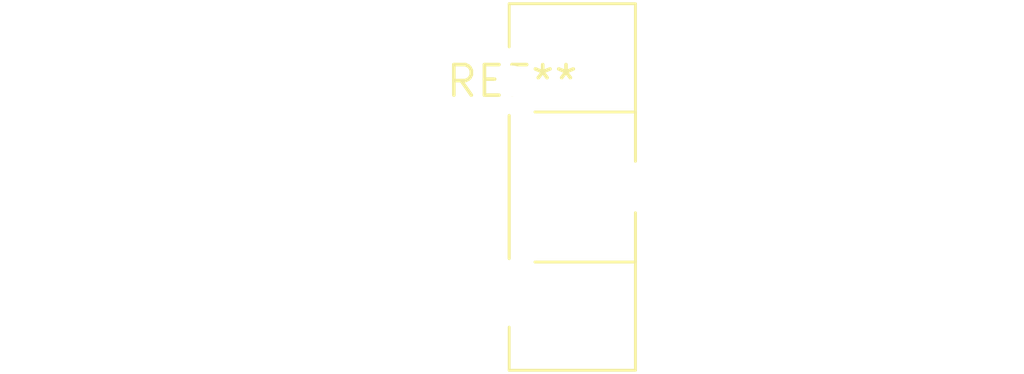
<source format=kicad_pcb>
(kicad_pcb (version 20240108) (generator pcbnew)
  (layers (0 "F.Cu" signal) (31 "B.Cu" signal) (34 "B.Paste" user) (35 "F.Paste" user) (36 "B.SilkS" user "B.Silkscreen") (37 "F.SilkS" user "F.Silkscreen") (38 "B.Mask" user) (39 "F.Mask" user) (44 "Edge.Cuts" user))
  (net 0 "")
  (footprint "Potentiometer_Piher_PT-15-H06_Horizontal" (layer "F.Cu") (at 0 0)
    (property "Reference" "REF**")
    (property "Value" "Potentiometer_Piher_PT-15-H06_Horizontal")
    (fp_line (start -0.121 -3.22) (end -0.121 -1.426) (layer "F.SilkS") (stroke (width 0.12)))
    (fp_line (start -0.121 -3.22) (end 5.12 -3.22) (layer "F.SilkS") (stroke (width 0.12)))
    (fp_line (start -0.121 1.426) (end -0.121 7.376) (layer "F.SilkS") (stroke (width 0.12)))
    (fp_line (start -0.121 1.426) (end -0.121 7.376) (layer "F.SilkS") (stroke (width 0.12)))
    (fp_line (start -0.121 10.226) (end -0.121 12.02) (layer "F.SilkS") (stroke (width 0.12)))
    (fp_line (start -0.121 12.02) (end 5.12 12.02) (layer "F.SilkS") (stroke (width 0.12)))
    (fp_line (start 0.948 1.281) (end 5.12 1.281) (layer "F.SilkS") (stroke (width 0.12)))
    (fp_line (start 0.948 7.52) (end 5.12 7.52) (layer "F.SilkS") (stroke (width 0.12)))
    (fp_line (start 5.12 -3.22) (end 5.12 3.328) (layer "F.SilkS") (stroke (width 0.12)))
    (fp_line (start 5.12 1.281) (end 5.12 3.328) (layer "F.SilkS") (stroke (width 0.12)))
    (fp_line (start 5.12 5.473) (end 5.12 7.52) (layer "F.SilkS") (stroke (width 0.12)))
    (fp_line (start 5.12 5.473) (end 5.12 12.02) (layer "F.SilkS") (stroke (width 0.12)))
    (pad "1" thru_hole circle (at 0 0) (size 2.34 2.34) (drill 1.3) (layers *.Cu *.Mask) (remove_unused_layers))
    (pad "2" thru_hole circle (at 4 4.4) (size 2.34 2.34) (drill 1.3) (layers *.Cu *.Mask) (remove_unused_layers))
    (pad "3" thru_hole circle (at 0 8.8) (size 2.34 2.34) (drill 1.3) (layers *.Cu *.Mask) (remove_unused_layers))
  )
)
</source>
